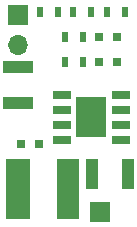
<source format=gts>
G04 #@! TF.GenerationSoftware,KiCad,Pcbnew,(5.1.6-0-10_14)*
G04 #@! TF.CreationDate,2021-12-16T11:14:58+09:00*
G04 #@! TF.ProjectId,qPCR-5VUPS,71504352-2d35-4565-9550-532e6b696361,rev?*
G04 #@! TF.SameCoordinates,Original*
G04 #@! TF.FileFunction,Soldermask,Top*
G04 #@! TF.FilePolarity,Negative*
%FSLAX46Y46*%
G04 Gerber Fmt 4.6, Leading zero omitted, Abs format (unit mm)*
G04 Created by KiCad (PCBNEW (5.1.6-0-10_14)) date 2021-12-16 11:14:58*
%MOMM*%
%LPD*%
G01*
G04 APERTURE LIST*
%ADD10O,1.700000X1.700000*%
%ADD11R,1.700000X1.700000*%
%ADD12R,2.500000X1.000000*%
%ADD13R,0.800000X0.750000*%
%ADD14R,1.000000X2.500000*%
%ADD15R,1.900000X5.100000*%
%ADD16R,2.100000X5.100000*%
%ADD17R,0.500000X0.900000*%
%ADD18R,1.505000X0.802000*%
%ADD19R,2.500000X3.500000*%
G04 APERTURE END LIST*
D10*
X93600000Y-75440000D03*
D11*
X93600000Y-72900000D03*
X100500000Y-89500000D03*
D12*
X93600000Y-77300000D03*
X93600000Y-80300000D03*
D13*
X100480000Y-76850000D03*
X101980000Y-76850000D03*
X100480000Y-74750000D03*
X101980000Y-74750000D03*
X93850000Y-83800000D03*
X95350000Y-83800000D03*
D14*
X99900000Y-86300000D03*
X102900000Y-86300000D03*
D15*
X97800000Y-87600000D03*
D16*
X93600000Y-87600000D03*
D17*
X96950000Y-72600000D03*
X95450000Y-72600000D03*
X97580000Y-76850000D03*
X99080000Y-76850000D03*
X99080000Y-74750000D03*
X97580000Y-74750000D03*
X102650000Y-72600000D03*
X101150000Y-72600000D03*
X98250000Y-72600000D03*
X99750000Y-72600000D03*
D18*
X102297500Y-79595000D03*
X97302500Y-79595000D03*
X102297500Y-80865000D03*
X97302500Y-80865000D03*
X102297500Y-82135000D03*
X97302500Y-82135000D03*
X102297500Y-83405000D03*
X97302500Y-83405000D03*
D19*
X99800000Y-81500000D03*
M02*

</source>
